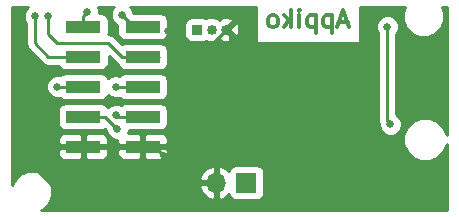
<source format=gbl>
%TF.GenerationSoftware,KiCad,Pcbnew,no-vcs-found-8182369~60~ubuntu16.04.1*%
%TF.CreationDate,2017-09-13T17:00:57+05:30*%
%TF.ProjectId,snap_rev1,736E61705F726576312E6B696361645F,rev?*%
%TF.SameCoordinates,Original*%
%TF.FileFunction,Copper,L2,Bot,Signal*%
%TF.FilePolarity,Positive*%
%FSLAX46Y46*%
G04 Gerber Fmt 4.6, Leading zero omitted, Abs format (unit mm)*
G04 Created by KiCad (PCBNEW no-vcs-found-8182369~60~ubuntu16.04.1) date Wed Sep 13 17:00:57 2017*
%MOMM*%
%LPD*%
G01*
G04 APERTURE LIST*
%TA.AperFunction,NonConductor*%
%ADD10C,0.300000*%
%TD*%
%TA.AperFunction,SMDPad,CuDef*%
%ADD11R,3.000000X1.000000*%
%TD*%
%TA.AperFunction,ComponentPad*%
%ADD12R,0.850000X0.850000*%
%TD*%
%TA.AperFunction,ComponentPad*%
%ADD13C,0.850000*%
%TD*%
%TA.AperFunction,ComponentPad*%
%ADD14R,1.700000X1.700000*%
%TD*%
%TA.AperFunction,ComponentPad*%
%ADD15O,1.700000X1.700000*%
%TD*%
%TA.AperFunction,ViaPad*%
%ADD16C,0.660400*%
%TD*%
%TA.AperFunction,Conductor*%
%ADD17C,0.250000*%
%TD*%
%TA.AperFunction,Conductor*%
%ADD18C,0.254000*%
%TD*%
G04 APERTURE END LIST*
D10*
X74477142Y-49145000D02*
X73762857Y-49145000D01*
X74620000Y-49573571D02*
X74120000Y-48073571D01*
X73620000Y-49573571D01*
X73120000Y-48573571D02*
X73120000Y-50073571D01*
X73120000Y-48645000D02*
X72977142Y-48573571D01*
X72691428Y-48573571D01*
X72548571Y-48645000D01*
X72477142Y-48716428D01*
X72405714Y-48859285D01*
X72405714Y-49287857D01*
X72477142Y-49430714D01*
X72548571Y-49502142D01*
X72691428Y-49573571D01*
X72977142Y-49573571D01*
X73120000Y-49502142D01*
X71762857Y-48573571D02*
X71762857Y-50073571D01*
X71762857Y-48645000D02*
X71620000Y-48573571D01*
X71334285Y-48573571D01*
X71191428Y-48645000D01*
X71120000Y-48716428D01*
X71048571Y-48859285D01*
X71048571Y-49287857D01*
X71120000Y-49430714D01*
X71191428Y-49502142D01*
X71334285Y-49573571D01*
X71620000Y-49573571D01*
X71762857Y-49502142D01*
X70405714Y-49573571D02*
X70405714Y-48573571D01*
X70405714Y-48073571D02*
X70477142Y-48145000D01*
X70405714Y-48216428D01*
X70334285Y-48145000D01*
X70405714Y-48073571D01*
X70405714Y-48216428D01*
X69691428Y-49573571D02*
X69691428Y-48073571D01*
X69548571Y-49002142D02*
X69120000Y-49573571D01*
X69120000Y-48573571D02*
X69691428Y-49145000D01*
X68262857Y-49573571D02*
X68405714Y-49502142D01*
X68477142Y-49430714D01*
X68548571Y-49287857D01*
X68548571Y-48859285D01*
X68477142Y-48716428D01*
X68405714Y-48645000D01*
X68262857Y-48573571D01*
X68048571Y-48573571D01*
X67905714Y-48645000D01*
X67834285Y-48716428D01*
X67762857Y-48859285D01*
X67762857Y-49287857D01*
X67834285Y-49430714D01*
X67905714Y-49502142D01*
X68048571Y-49573571D01*
X68262857Y-49573571D01*
D11*
%TO.P,P1,1*%
%TO.N,/TX*%
X52090000Y-49530000D03*
%TO.P,P1,2*%
%TO.N,/RX*%
X57130000Y-49530000D03*
%TO.P,P1,3*%
%TO.N,/SWDIO*%
X52090000Y-52070000D03*
%TO.P,P1,4*%
%TO.N,/SWDCLK*%
X57130000Y-52070000D03*
%TO.P,P1,5*%
%TO.N,/RESET*%
X52090000Y-54610000D03*
%TO.P,P1,6*%
%TO.N,/GPIO1*%
X57130000Y-54610000D03*
%TO.P,P1,7*%
%TO.N,VDD*%
X52090000Y-57150000D03*
%TO.P,P1,8*%
%TO.N,/GPIO2*%
X57130000Y-57150000D03*
%TO.P,P1,9*%
%TO.N,GND*%
X52090000Y-59690000D03*
%TO.P,P1,10*%
X57130000Y-59690000D03*
%TD*%
D12*
%TO.P,J2,1*%
%TO.N,/FOCUS*%
X61722000Y-49784000D03*
D13*
%TO.P,J2,2*%
%TO.N,/TRIGGER*%
X62972000Y-49784000D03*
%TO.P,J2,3*%
%TO.N,GND*%
X64222000Y-49784000D03*
%TD*%
D14*
%TO.P,BT1,1*%
%TO.N,/VBAT*%
X65913000Y-62738000D03*
D15*
%TO.P,BT1,2*%
%TO.N,GND*%
X63373000Y-62738000D03*
%TD*%
D16*
%TO.N,GND*%
X59309000Y-49911000D03*
X80899000Y-53721000D03*
X79375000Y-63119000D03*
X70612000Y-62484000D03*
X64516000Y-56515000D03*
X69850000Y-55753000D03*
X68072000Y-58928000D03*
X53340000Y-64389000D03*
X58928000Y-60452000D03*
X46736000Y-48641000D03*
X46863000Y-61341000D03*
%TO.N,VDD*%
X54991000Y-58166000D03*
%TO.N,/SWDCLK*%
X49149000Y-48641000D03*
%TO.N,Net-(D2-Pad1)*%
X78105000Y-57785000D03*
X77851000Y-49530000D03*
%TO.N,/TX*%
X52451000Y-48260000D03*
%TO.N,/RX*%
X55372000Y-48514000D03*
%TO.N,/SWDIO*%
X48006000Y-48641000D03*
%TO.N,/RESET*%
X49911000Y-54610000D03*
%TO.N,/GPIO1*%
X54864000Y-54610000D03*
%TO.N,/GPIO2*%
X54864000Y-57023000D03*
%TD*%
D17*
%TO.N,GND*%
X79375000Y-58039000D02*
X79248000Y-58166000D01*
X79248000Y-58166000D02*
X79121000Y-58293000D01*
X79121000Y-58293000D02*
X79121000Y-62865000D01*
X79121000Y-62865000D02*
X79375000Y-63119000D01*
X58928000Y-60452000D02*
X60579000Y-60452000D01*
X60579000Y-60452000D02*
X63373000Y-57658000D01*
X63373000Y-57658000D02*
X63373000Y-57785000D01*
X59309000Y-49911000D02*
X60071000Y-49911000D01*
X63079000Y-50927000D02*
X64222000Y-49784000D01*
X61087000Y-50927000D02*
X63079000Y-50927000D01*
X60071000Y-49911000D02*
X61087000Y-50927000D01*
X64516000Y-56515000D02*
X64516000Y-50078000D01*
X64516000Y-50078000D02*
X64222000Y-49784000D01*
X70612000Y-62484000D02*
X78740000Y-62484000D01*
X78740000Y-62484000D02*
X79375000Y-63119000D01*
X80899000Y-53721000D02*
X80899000Y-56515000D01*
X80899000Y-56515000D02*
X79375000Y-58039000D01*
X70612000Y-62484000D02*
X70612000Y-61468000D01*
X70612000Y-61468000D02*
X68072000Y-58928000D01*
X63373000Y-62738000D02*
X63373000Y-57785000D01*
X63373000Y-57785000D02*
X63373000Y-57658000D01*
X63373000Y-57658000D02*
X64516000Y-56515000D01*
X64516000Y-56515000D02*
X65659000Y-56515000D01*
X65659000Y-56515000D02*
X68072000Y-58928000D01*
X68072000Y-58928000D02*
X68072000Y-57531000D01*
X68072000Y-57531000D02*
X69850000Y-55753000D01*
X68072000Y-58928000D02*
X68072000Y-58801000D01*
X53340000Y-64389000D02*
X50927000Y-64389000D01*
X50927000Y-64389000D02*
X47879000Y-61341000D01*
X58928000Y-60452000D02*
X58166000Y-59690000D01*
X58166000Y-59690000D02*
X57130000Y-59690000D01*
X57130000Y-59690000D02*
X52090000Y-59690000D01*
X52090000Y-59690000D02*
X49530000Y-59690000D01*
X49530000Y-59690000D02*
X47879000Y-61341000D01*
X47879000Y-61341000D02*
X46863000Y-61341000D01*
%TO.N,VDD*%
X54991000Y-58166000D02*
X55118000Y-58166000D01*
X52090000Y-57150000D02*
X53975000Y-57150000D01*
X53975000Y-57150000D02*
X54991000Y-58166000D01*
%TO.N,/SWDCLK*%
X57130000Y-52070000D02*
X55372000Y-52070000D01*
X55372000Y-52070000D02*
X54229000Y-50927000D01*
X49149000Y-50165000D02*
X49149000Y-48641000D01*
X49911000Y-50927000D02*
X49149000Y-50165000D01*
X54229000Y-50927000D02*
X49911000Y-50927000D01*
X58547000Y-52070000D02*
X57130000Y-52070000D01*
%TO.N,Net-(D2-Pad1)*%
X78105000Y-57785000D02*
X77851000Y-57531000D01*
X77851000Y-57531000D02*
X77851000Y-49530000D01*
%TO.N,/TX*%
X52090000Y-49530000D02*
X52090000Y-48621000D01*
X52090000Y-48621000D02*
X52451000Y-48260000D01*
%TO.N,/RX*%
X55372000Y-48514000D02*
X56388000Y-49530000D01*
X56388000Y-49530000D02*
X57130000Y-49530000D01*
%TO.N,/SWDIO*%
X49149000Y-52070000D02*
X48006000Y-50927000D01*
X48006000Y-50927000D02*
X48006000Y-48641000D01*
X49149000Y-52070000D02*
X52090000Y-52070000D01*
%TO.N,/RESET*%
X49911000Y-54610000D02*
X52090000Y-54610000D01*
%TO.N,/GPIO1*%
X54864000Y-54610000D02*
X57130000Y-54610000D01*
%TO.N,/GPIO2*%
X54991000Y-57150000D02*
X57130000Y-57150000D01*
X54864000Y-57023000D02*
X54991000Y-57150000D01*
%TD*%
D18*
%TO.N,GND*%
G36*
X47188221Y-48093544D02*
X47040968Y-48448168D01*
X47040633Y-48832148D01*
X47187266Y-49187027D01*
X47246000Y-49245864D01*
X47246000Y-50927000D01*
X47303852Y-51217839D01*
X47468599Y-51464401D01*
X48611599Y-52607401D01*
X48858161Y-52772148D01*
X49149000Y-52830000D01*
X50000018Y-52830000D01*
X50132191Y-53027809D01*
X50342235Y-53168157D01*
X50590000Y-53217440D01*
X53590000Y-53217440D01*
X53837765Y-53168157D01*
X54047809Y-53027809D01*
X54188157Y-52817765D01*
X54237440Y-52570000D01*
X54237440Y-52010242D01*
X54834599Y-52607401D01*
X55013819Y-52727152D01*
X55031843Y-52817765D01*
X55172191Y-53027809D01*
X55382235Y-53168157D01*
X55630000Y-53217440D01*
X58630000Y-53217440D01*
X58877765Y-53168157D01*
X59087809Y-53027809D01*
X59228157Y-52817765D01*
X59277440Y-52570000D01*
X59277440Y-52218607D01*
X59307000Y-52070000D01*
X59277440Y-51921393D01*
X59277440Y-51570000D01*
X59228157Y-51322235D01*
X59087809Y-51112191D01*
X58877765Y-50971843D01*
X58630000Y-50922560D01*
X55630000Y-50922560D01*
X55382235Y-50971843D01*
X55362099Y-50985297D01*
X54766401Y-50389599D01*
X54519839Y-50224852D01*
X54229000Y-50167000D01*
X54210189Y-50167000D01*
X54237440Y-50030000D01*
X54237440Y-49030000D01*
X54188157Y-48782235D01*
X54047809Y-48572191D01*
X53837765Y-48431843D01*
X53590000Y-48382560D01*
X53416093Y-48382560D01*
X53416367Y-48068852D01*
X53316436Y-47827000D01*
X54694009Y-47827000D01*
X54554221Y-47966544D01*
X54406968Y-48321168D01*
X54406633Y-48705148D01*
X54553266Y-49060027D01*
X54824544Y-49331779D01*
X54982560Y-49397393D01*
X54982560Y-50030000D01*
X55031843Y-50277765D01*
X55172191Y-50487809D01*
X55382235Y-50628157D01*
X55630000Y-50677440D01*
X58630000Y-50677440D01*
X58877765Y-50628157D01*
X59087809Y-50487809D01*
X59228157Y-50277765D01*
X59277440Y-50030000D01*
X59277440Y-49359000D01*
X60649560Y-49359000D01*
X60649560Y-50209000D01*
X60698843Y-50456765D01*
X60839191Y-50666809D01*
X61049235Y-50807157D01*
X61297000Y-50856440D01*
X62147000Y-50856440D01*
X62394765Y-50807157D01*
X62500997Y-50736174D01*
X62760228Y-50843816D01*
X63181922Y-50844184D01*
X63571658Y-50683149D01*
X63674262Y-50580724D01*
X63693887Y-50726950D01*
X64094939Y-50857272D01*
X64515334Y-50824199D01*
X64750113Y-50726950D01*
X64777948Y-50519553D01*
X64222000Y-49963605D01*
X64207858Y-49977748D01*
X64031985Y-49801875D01*
X64031992Y-49794403D01*
X64042395Y-49784000D01*
X64401605Y-49784000D01*
X64957553Y-50339948D01*
X65164950Y-50312113D01*
X65295272Y-49911061D01*
X65262199Y-49490666D01*
X65164950Y-49255887D01*
X64957553Y-49228052D01*
X64401605Y-49784000D01*
X64042395Y-49784000D01*
X64032010Y-49773615D01*
X64032017Y-49766093D01*
X64207858Y-49590253D01*
X64222000Y-49604395D01*
X64777948Y-49048447D01*
X64750113Y-48841050D01*
X64349061Y-48710728D01*
X63928666Y-48743801D01*
X63693887Y-48841050D01*
X63674281Y-48987131D01*
X63573226Y-48885899D01*
X63183772Y-48724184D01*
X62762078Y-48723816D01*
X62500874Y-48831743D01*
X62394765Y-48760843D01*
X62147000Y-48711560D01*
X61297000Y-48711560D01*
X61049235Y-48760843D01*
X60839191Y-48901191D01*
X60698843Y-49111235D01*
X60649560Y-49359000D01*
X59277440Y-49359000D01*
X59277440Y-49030000D01*
X59228157Y-48782235D01*
X59087809Y-48572191D01*
X58877765Y-48431843D01*
X58630000Y-48382560D01*
X56337315Y-48382560D01*
X56337367Y-48322852D01*
X56190734Y-47967973D01*
X56050007Y-47827000D01*
X66692143Y-47827000D01*
X66692143Y-50925000D01*
X75547857Y-50925000D01*
X75547857Y-49721148D01*
X76885633Y-49721148D01*
X77032266Y-50076027D01*
X77091000Y-50134864D01*
X77091000Y-57531000D01*
X77139807Y-57776369D01*
X77139633Y-57976148D01*
X77286266Y-58331027D01*
X77557544Y-58602779D01*
X77912168Y-58750032D01*
X78296148Y-58750367D01*
X78651027Y-58603734D01*
X78922779Y-58332456D01*
X79070032Y-57977832D01*
X79070367Y-57593852D01*
X78923734Y-57238973D01*
X78652456Y-56967221D01*
X78611000Y-56950007D01*
X78611000Y-50135134D01*
X78668779Y-50077456D01*
X78816032Y-49722832D01*
X78816367Y-49338852D01*
X78669734Y-48983973D01*
X78398456Y-48712221D01*
X78043832Y-48564968D01*
X77659852Y-48564633D01*
X77304973Y-48711266D01*
X77033221Y-48982544D01*
X76885968Y-49337168D01*
X76885633Y-49721148D01*
X75547857Y-49721148D01*
X75547857Y-47827000D01*
X79358372Y-47827000D01*
X79164301Y-48294373D01*
X79163699Y-48984599D01*
X79427281Y-49622515D01*
X79914918Y-50111004D01*
X80552373Y-50375699D01*
X81242599Y-50376301D01*
X81880515Y-50112719D01*
X82369004Y-49625082D01*
X82633699Y-48987627D01*
X82634301Y-48297401D01*
X82439935Y-47827000D01*
X82856000Y-47827000D01*
X82856000Y-58678726D01*
X82582545Y-58016914D01*
X82066801Y-57500270D01*
X81392605Y-57220319D01*
X80662597Y-57219682D01*
X79987914Y-57498455D01*
X79471270Y-58014199D01*
X79191319Y-58688395D01*
X79190682Y-59418403D01*
X79469455Y-60093086D01*
X79985199Y-60609730D01*
X80659395Y-60889681D01*
X81389403Y-60890318D01*
X82064086Y-60611545D01*
X82580730Y-60095801D01*
X82856000Y-59432878D01*
X82856000Y-65076000D01*
X48481136Y-65076000D01*
X48733515Y-64971719D01*
X49222004Y-64484082D01*
X49486699Y-63846627D01*
X49487301Y-63156401D01*
X49461886Y-63094892D01*
X61931514Y-63094892D01*
X62177817Y-63619358D01*
X62606076Y-64009645D01*
X63016110Y-64179476D01*
X63246000Y-64058155D01*
X63246000Y-62865000D01*
X62052181Y-62865000D01*
X61931514Y-63094892D01*
X49461886Y-63094892D01*
X49223719Y-62518485D01*
X49086582Y-62381108D01*
X61931514Y-62381108D01*
X62052181Y-62611000D01*
X63246000Y-62611000D01*
X63246000Y-61417845D01*
X63500000Y-61417845D01*
X63500000Y-62611000D01*
X63520000Y-62611000D01*
X63520000Y-62865000D01*
X63500000Y-62865000D01*
X63500000Y-64058155D01*
X63729890Y-64179476D01*
X64139924Y-64009645D01*
X64444261Y-63732292D01*
X64464843Y-63835765D01*
X64605191Y-64045809D01*
X64815235Y-64186157D01*
X65063000Y-64235440D01*
X66763000Y-64235440D01*
X67010765Y-64186157D01*
X67220809Y-64045809D01*
X67361157Y-63835765D01*
X67410440Y-63588000D01*
X67410440Y-61888000D01*
X67361157Y-61640235D01*
X67220809Y-61430191D01*
X67010765Y-61289843D01*
X66763000Y-61240560D01*
X65063000Y-61240560D01*
X64815235Y-61289843D01*
X64605191Y-61430191D01*
X64464843Y-61640235D01*
X64444261Y-61743708D01*
X64139924Y-61466355D01*
X63729890Y-61296524D01*
X63500000Y-61417845D01*
X63246000Y-61417845D01*
X63016110Y-61296524D01*
X62606076Y-61466355D01*
X62177817Y-61856642D01*
X61931514Y-62381108D01*
X49086582Y-62381108D01*
X48736082Y-62029996D01*
X48098627Y-61765301D01*
X47408401Y-61764699D01*
X46770485Y-62028281D01*
X46281996Y-62515918D01*
X46101000Y-62951804D01*
X46101000Y-59975750D01*
X49955000Y-59975750D01*
X49955000Y-60316310D01*
X50051673Y-60549699D01*
X50230302Y-60728327D01*
X50463691Y-60825000D01*
X51804250Y-60825000D01*
X51963000Y-60666250D01*
X51963000Y-59817000D01*
X52217000Y-59817000D01*
X52217000Y-60666250D01*
X52375750Y-60825000D01*
X53716309Y-60825000D01*
X53949698Y-60728327D01*
X54128327Y-60549699D01*
X54225000Y-60316310D01*
X54225000Y-59975750D01*
X54995000Y-59975750D01*
X54995000Y-60316310D01*
X55091673Y-60549699D01*
X55270302Y-60728327D01*
X55503691Y-60825000D01*
X56844250Y-60825000D01*
X57003000Y-60666250D01*
X57003000Y-59817000D01*
X57257000Y-59817000D01*
X57257000Y-60666250D01*
X57415750Y-60825000D01*
X58756309Y-60825000D01*
X58989698Y-60728327D01*
X59168327Y-60549699D01*
X59265000Y-60316310D01*
X59265000Y-59975750D01*
X59106250Y-59817000D01*
X57257000Y-59817000D01*
X57003000Y-59817000D01*
X55153750Y-59817000D01*
X54995000Y-59975750D01*
X54225000Y-59975750D01*
X54066250Y-59817000D01*
X52217000Y-59817000D01*
X51963000Y-59817000D01*
X50113750Y-59817000D01*
X49955000Y-59975750D01*
X46101000Y-59975750D01*
X46101000Y-59063690D01*
X49955000Y-59063690D01*
X49955000Y-59404250D01*
X50113750Y-59563000D01*
X51963000Y-59563000D01*
X51963000Y-58713750D01*
X52217000Y-58713750D01*
X52217000Y-59563000D01*
X54066250Y-59563000D01*
X54225000Y-59404250D01*
X54225000Y-59063690D01*
X54128327Y-58830301D01*
X53949698Y-58651673D01*
X53716309Y-58555000D01*
X52375750Y-58555000D01*
X52217000Y-58713750D01*
X51963000Y-58713750D01*
X51804250Y-58555000D01*
X50463691Y-58555000D01*
X50230302Y-58651673D01*
X50051673Y-58830301D01*
X49955000Y-59063690D01*
X46101000Y-59063690D01*
X46101000Y-56650000D01*
X49942560Y-56650000D01*
X49942560Y-57650000D01*
X49991843Y-57897765D01*
X50132191Y-58107809D01*
X50342235Y-58248157D01*
X50590000Y-58297440D01*
X53590000Y-58297440D01*
X53837765Y-58248157D01*
X53934031Y-58183833D01*
X54025704Y-58275506D01*
X54025633Y-58357148D01*
X54172266Y-58712027D01*
X54443544Y-58983779D01*
X54798168Y-59131032D01*
X54995000Y-59131204D01*
X54995000Y-59404250D01*
X55153750Y-59563000D01*
X57003000Y-59563000D01*
X57003000Y-58713750D01*
X57257000Y-58713750D01*
X57257000Y-59563000D01*
X59106250Y-59563000D01*
X59265000Y-59404250D01*
X59265000Y-59063690D01*
X59168327Y-58830301D01*
X58989698Y-58651673D01*
X58756309Y-58555000D01*
X57415750Y-58555000D01*
X57257000Y-58713750D01*
X57003000Y-58713750D01*
X56844250Y-58555000D01*
X55874576Y-58555000D01*
X55956032Y-58358832D01*
X55956086Y-58297440D01*
X58630000Y-58297440D01*
X58877765Y-58248157D01*
X59087809Y-58107809D01*
X59228157Y-57897765D01*
X59277440Y-57650000D01*
X59277440Y-56650000D01*
X59228157Y-56402235D01*
X59087809Y-56192191D01*
X58877765Y-56051843D01*
X58630000Y-56002560D01*
X55630000Y-56002560D01*
X55382235Y-56051843D01*
X55251866Y-56138953D01*
X55056832Y-56057968D01*
X54672852Y-56057633D01*
X54317973Y-56204266D01*
X54160749Y-56361216D01*
X54047809Y-56192191D01*
X53837765Y-56051843D01*
X53590000Y-56002560D01*
X50590000Y-56002560D01*
X50342235Y-56051843D01*
X50132191Y-56192191D01*
X49991843Y-56402235D01*
X49942560Y-56650000D01*
X46101000Y-56650000D01*
X46101000Y-54801148D01*
X48945633Y-54801148D01*
X49092266Y-55156027D01*
X49363544Y-55427779D01*
X49718168Y-55575032D01*
X50102148Y-55575367D01*
X50129649Y-55564004D01*
X50132191Y-55567809D01*
X50342235Y-55708157D01*
X50590000Y-55757440D01*
X53590000Y-55757440D01*
X53837765Y-55708157D01*
X54047809Y-55567809D01*
X54188157Y-55357765D01*
X54197876Y-55308904D01*
X54316544Y-55427779D01*
X54671168Y-55575032D01*
X55055148Y-55575367D01*
X55150826Y-55535834D01*
X55172191Y-55567809D01*
X55382235Y-55708157D01*
X55630000Y-55757440D01*
X58630000Y-55757440D01*
X58877765Y-55708157D01*
X59087809Y-55567809D01*
X59228157Y-55357765D01*
X59277440Y-55110000D01*
X59277440Y-54110000D01*
X59228157Y-53862235D01*
X59087809Y-53652191D01*
X58877765Y-53511843D01*
X58630000Y-53462560D01*
X55630000Y-53462560D01*
X55382235Y-53511843D01*
X55172191Y-53652191D01*
X55150914Y-53684034D01*
X55056832Y-53644968D01*
X54672852Y-53644633D01*
X54317973Y-53791266D01*
X54197886Y-53911144D01*
X54188157Y-53862235D01*
X54047809Y-53652191D01*
X53837765Y-53511843D01*
X53590000Y-53462560D01*
X50590000Y-53462560D01*
X50342235Y-53511843D01*
X50132191Y-53652191D01*
X50129810Y-53655755D01*
X50103832Y-53644968D01*
X49719852Y-53644633D01*
X49364973Y-53791266D01*
X49093221Y-54062544D01*
X48945968Y-54417168D01*
X48945633Y-54801148D01*
X46101000Y-54801148D01*
X46101000Y-47827000D01*
X47455231Y-47827000D01*
X47188221Y-48093544D01*
X47188221Y-48093544D01*
G37*
X47188221Y-48093544D02*
X47040968Y-48448168D01*
X47040633Y-48832148D01*
X47187266Y-49187027D01*
X47246000Y-49245864D01*
X47246000Y-50927000D01*
X47303852Y-51217839D01*
X47468599Y-51464401D01*
X48611599Y-52607401D01*
X48858161Y-52772148D01*
X49149000Y-52830000D01*
X50000018Y-52830000D01*
X50132191Y-53027809D01*
X50342235Y-53168157D01*
X50590000Y-53217440D01*
X53590000Y-53217440D01*
X53837765Y-53168157D01*
X54047809Y-53027809D01*
X54188157Y-52817765D01*
X54237440Y-52570000D01*
X54237440Y-52010242D01*
X54834599Y-52607401D01*
X55013819Y-52727152D01*
X55031843Y-52817765D01*
X55172191Y-53027809D01*
X55382235Y-53168157D01*
X55630000Y-53217440D01*
X58630000Y-53217440D01*
X58877765Y-53168157D01*
X59087809Y-53027809D01*
X59228157Y-52817765D01*
X59277440Y-52570000D01*
X59277440Y-52218607D01*
X59307000Y-52070000D01*
X59277440Y-51921393D01*
X59277440Y-51570000D01*
X59228157Y-51322235D01*
X59087809Y-51112191D01*
X58877765Y-50971843D01*
X58630000Y-50922560D01*
X55630000Y-50922560D01*
X55382235Y-50971843D01*
X55362099Y-50985297D01*
X54766401Y-50389599D01*
X54519839Y-50224852D01*
X54229000Y-50167000D01*
X54210189Y-50167000D01*
X54237440Y-50030000D01*
X54237440Y-49030000D01*
X54188157Y-48782235D01*
X54047809Y-48572191D01*
X53837765Y-48431843D01*
X53590000Y-48382560D01*
X53416093Y-48382560D01*
X53416367Y-48068852D01*
X53316436Y-47827000D01*
X54694009Y-47827000D01*
X54554221Y-47966544D01*
X54406968Y-48321168D01*
X54406633Y-48705148D01*
X54553266Y-49060027D01*
X54824544Y-49331779D01*
X54982560Y-49397393D01*
X54982560Y-50030000D01*
X55031843Y-50277765D01*
X55172191Y-50487809D01*
X55382235Y-50628157D01*
X55630000Y-50677440D01*
X58630000Y-50677440D01*
X58877765Y-50628157D01*
X59087809Y-50487809D01*
X59228157Y-50277765D01*
X59277440Y-50030000D01*
X59277440Y-49359000D01*
X60649560Y-49359000D01*
X60649560Y-50209000D01*
X60698843Y-50456765D01*
X60839191Y-50666809D01*
X61049235Y-50807157D01*
X61297000Y-50856440D01*
X62147000Y-50856440D01*
X62394765Y-50807157D01*
X62500997Y-50736174D01*
X62760228Y-50843816D01*
X63181922Y-50844184D01*
X63571658Y-50683149D01*
X63674262Y-50580724D01*
X63693887Y-50726950D01*
X64094939Y-50857272D01*
X64515334Y-50824199D01*
X64750113Y-50726950D01*
X64777948Y-50519553D01*
X64222000Y-49963605D01*
X64207858Y-49977748D01*
X64031985Y-49801875D01*
X64031992Y-49794403D01*
X64042395Y-49784000D01*
X64401605Y-49784000D01*
X64957553Y-50339948D01*
X65164950Y-50312113D01*
X65295272Y-49911061D01*
X65262199Y-49490666D01*
X65164950Y-49255887D01*
X64957553Y-49228052D01*
X64401605Y-49784000D01*
X64042395Y-49784000D01*
X64032010Y-49773615D01*
X64032017Y-49766093D01*
X64207858Y-49590253D01*
X64222000Y-49604395D01*
X64777948Y-49048447D01*
X64750113Y-48841050D01*
X64349061Y-48710728D01*
X63928666Y-48743801D01*
X63693887Y-48841050D01*
X63674281Y-48987131D01*
X63573226Y-48885899D01*
X63183772Y-48724184D01*
X62762078Y-48723816D01*
X62500874Y-48831743D01*
X62394765Y-48760843D01*
X62147000Y-48711560D01*
X61297000Y-48711560D01*
X61049235Y-48760843D01*
X60839191Y-48901191D01*
X60698843Y-49111235D01*
X60649560Y-49359000D01*
X59277440Y-49359000D01*
X59277440Y-49030000D01*
X59228157Y-48782235D01*
X59087809Y-48572191D01*
X58877765Y-48431843D01*
X58630000Y-48382560D01*
X56337315Y-48382560D01*
X56337367Y-48322852D01*
X56190734Y-47967973D01*
X56050007Y-47827000D01*
X66692143Y-47827000D01*
X66692143Y-50925000D01*
X75547857Y-50925000D01*
X75547857Y-49721148D01*
X76885633Y-49721148D01*
X77032266Y-50076027D01*
X77091000Y-50134864D01*
X77091000Y-57531000D01*
X77139807Y-57776369D01*
X77139633Y-57976148D01*
X77286266Y-58331027D01*
X77557544Y-58602779D01*
X77912168Y-58750032D01*
X78296148Y-58750367D01*
X78651027Y-58603734D01*
X78922779Y-58332456D01*
X79070032Y-57977832D01*
X79070367Y-57593852D01*
X78923734Y-57238973D01*
X78652456Y-56967221D01*
X78611000Y-56950007D01*
X78611000Y-50135134D01*
X78668779Y-50077456D01*
X78816032Y-49722832D01*
X78816367Y-49338852D01*
X78669734Y-48983973D01*
X78398456Y-48712221D01*
X78043832Y-48564968D01*
X77659852Y-48564633D01*
X77304973Y-48711266D01*
X77033221Y-48982544D01*
X76885968Y-49337168D01*
X76885633Y-49721148D01*
X75547857Y-49721148D01*
X75547857Y-47827000D01*
X79358372Y-47827000D01*
X79164301Y-48294373D01*
X79163699Y-48984599D01*
X79427281Y-49622515D01*
X79914918Y-50111004D01*
X80552373Y-50375699D01*
X81242599Y-50376301D01*
X81880515Y-50112719D01*
X82369004Y-49625082D01*
X82633699Y-48987627D01*
X82634301Y-48297401D01*
X82439935Y-47827000D01*
X82856000Y-47827000D01*
X82856000Y-58678726D01*
X82582545Y-58016914D01*
X82066801Y-57500270D01*
X81392605Y-57220319D01*
X80662597Y-57219682D01*
X79987914Y-57498455D01*
X79471270Y-58014199D01*
X79191319Y-58688395D01*
X79190682Y-59418403D01*
X79469455Y-60093086D01*
X79985199Y-60609730D01*
X80659395Y-60889681D01*
X81389403Y-60890318D01*
X82064086Y-60611545D01*
X82580730Y-60095801D01*
X82856000Y-59432878D01*
X82856000Y-65076000D01*
X48481136Y-65076000D01*
X48733515Y-64971719D01*
X49222004Y-64484082D01*
X49486699Y-63846627D01*
X49487301Y-63156401D01*
X49461886Y-63094892D01*
X61931514Y-63094892D01*
X62177817Y-63619358D01*
X62606076Y-64009645D01*
X63016110Y-64179476D01*
X63246000Y-64058155D01*
X63246000Y-62865000D01*
X62052181Y-62865000D01*
X61931514Y-63094892D01*
X49461886Y-63094892D01*
X49223719Y-62518485D01*
X49086582Y-62381108D01*
X61931514Y-62381108D01*
X62052181Y-62611000D01*
X63246000Y-62611000D01*
X63246000Y-61417845D01*
X63500000Y-61417845D01*
X63500000Y-62611000D01*
X63520000Y-62611000D01*
X63520000Y-62865000D01*
X63500000Y-62865000D01*
X63500000Y-64058155D01*
X63729890Y-64179476D01*
X64139924Y-64009645D01*
X64444261Y-63732292D01*
X64464843Y-63835765D01*
X64605191Y-64045809D01*
X64815235Y-64186157D01*
X65063000Y-64235440D01*
X66763000Y-64235440D01*
X67010765Y-64186157D01*
X67220809Y-64045809D01*
X67361157Y-63835765D01*
X67410440Y-63588000D01*
X67410440Y-61888000D01*
X67361157Y-61640235D01*
X67220809Y-61430191D01*
X67010765Y-61289843D01*
X66763000Y-61240560D01*
X65063000Y-61240560D01*
X64815235Y-61289843D01*
X64605191Y-61430191D01*
X64464843Y-61640235D01*
X64444261Y-61743708D01*
X64139924Y-61466355D01*
X63729890Y-61296524D01*
X63500000Y-61417845D01*
X63246000Y-61417845D01*
X63016110Y-61296524D01*
X62606076Y-61466355D01*
X62177817Y-61856642D01*
X61931514Y-62381108D01*
X49086582Y-62381108D01*
X48736082Y-62029996D01*
X48098627Y-61765301D01*
X47408401Y-61764699D01*
X46770485Y-62028281D01*
X46281996Y-62515918D01*
X46101000Y-62951804D01*
X46101000Y-59975750D01*
X49955000Y-59975750D01*
X49955000Y-60316310D01*
X50051673Y-60549699D01*
X50230302Y-60728327D01*
X50463691Y-60825000D01*
X51804250Y-60825000D01*
X51963000Y-60666250D01*
X51963000Y-59817000D01*
X52217000Y-59817000D01*
X52217000Y-60666250D01*
X52375750Y-60825000D01*
X53716309Y-60825000D01*
X53949698Y-60728327D01*
X54128327Y-60549699D01*
X54225000Y-60316310D01*
X54225000Y-59975750D01*
X54995000Y-59975750D01*
X54995000Y-60316310D01*
X55091673Y-60549699D01*
X55270302Y-60728327D01*
X55503691Y-60825000D01*
X56844250Y-60825000D01*
X57003000Y-60666250D01*
X57003000Y-59817000D01*
X57257000Y-59817000D01*
X57257000Y-60666250D01*
X57415750Y-60825000D01*
X58756309Y-60825000D01*
X58989698Y-60728327D01*
X59168327Y-60549699D01*
X59265000Y-60316310D01*
X59265000Y-59975750D01*
X59106250Y-59817000D01*
X57257000Y-59817000D01*
X57003000Y-59817000D01*
X55153750Y-59817000D01*
X54995000Y-59975750D01*
X54225000Y-59975750D01*
X54066250Y-59817000D01*
X52217000Y-59817000D01*
X51963000Y-59817000D01*
X50113750Y-59817000D01*
X49955000Y-59975750D01*
X46101000Y-59975750D01*
X46101000Y-59063690D01*
X49955000Y-59063690D01*
X49955000Y-59404250D01*
X50113750Y-59563000D01*
X51963000Y-59563000D01*
X51963000Y-58713750D01*
X52217000Y-58713750D01*
X52217000Y-59563000D01*
X54066250Y-59563000D01*
X54225000Y-59404250D01*
X54225000Y-59063690D01*
X54128327Y-58830301D01*
X53949698Y-58651673D01*
X53716309Y-58555000D01*
X52375750Y-58555000D01*
X52217000Y-58713750D01*
X51963000Y-58713750D01*
X51804250Y-58555000D01*
X50463691Y-58555000D01*
X50230302Y-58651673D01*
X50051673Y-58830301D01*
X49955000Y-59063690D01*
X46101000Y-59063690D01*
X46101000Y-56650000D01*
X49942560Y-56650000D01*
X49942560Y-57650000D01*
X49991843Y-57897765D01*
X50132191Y-58107809D01*
X50342235Y-58248157D01*
X50590000Y-58297440D01*
X53590000Y-58297440D01*
X53837765Y-58248157D01*
X53934031Y-58183833D01*
X54025704Y-58275506D01*
X54025633Y-58357148D01*
X54172266Y-58712027D01*
X54443544Y-58983779D01*
X54798168Y-59131032D01*
X54995000Y-59131204D01*
X54995000Y-59404250D01*
X55153750Y-59563000D01*
X57003000Y-59563000D01*
X57003000Y-58713750D01*
X57257000Y-58713750D01*
X57257000Y-59563000D01*
X59106250Y-59563000D01*
X59265000Y-59404250D01*
X59265000Y-59063690D01*
X59168327Y-58830301D01*
X58989698Y-58651673D01*
X58756309Y-58555000D01*
X57415750Y-58555000D01*
X57257000Y-58713750D01*
X57003000Y-58713750D01*
X56844250Y-58555000D01*
X55874576Y-58555000D01*
X55956032Y-58358832D01*
X55956086Y-58297440D01*
X58630000Y-58297440D01*
X58877765Y-58248157D01*
X59087809Y-58107809D01*
X59228157Y-57897765D01*
X59277440Y-57650000D01*
X59277440Y-56650000D01*
X59228157Y-56402235D01*
X59087809Y-56192191D01*
X58877765Y-56051843D01*
X58630000Y-56002560D01*
X55630000Y-56002560D01*
X55382235Y-56051843D01*
X55251866Y-56138953D01*
X55056832Y-56057968D01*
X54672852Y-56057633D01*
X54317973Y-56204266D01*
X54160749Y-56361216D01*
X54047809Y-56192191D01*
X53837765Y-56051843D01*
X53590000Y-56002560D01*
X50590000Y-56002560D01*
X50342235Y-56051843D01*
X50132191Y-56192191D01*
X49991843Y-56402235D01*
X49942560Y-56650000D01*
X46101000Y-56650000D01*
X46101000Y-54801148D01*
X48945633Y-54801148D01*
X49092266Y-55156027D01*
X49363544Y-55427779D01*
X49718168Y-55575032D01*
X50102148Y-55575367D01*
X50129649Y-55564004D01*
X50132191Y-55567809D01*
X50342235Y-55708157D01*
X50590000Y-55757440D01*
X53590000Y-55757440D01*
X53837765Y-55708157D01*
X54047809Y-55567809D01*
X54188157Y-55357765D01*
X54197876Y-55308904D01*
X54316544Y-55427779D01*
X54671168Y-55575032D01*
X55055148Y-55575367D01*
X55150826Y-55535834D01*
X55172191Y-55567809D01*
X55382235Y-55708157D01*
X55630000Y-55757440D01*
X58630000Y-55757440D01*
X58877765Y-55708157D01*
X59087809Y-55567809D01*
X59228157Y-55357765D01*
X59277440Y-55110000D01*
X59277440Y-54110000D01*
X59228157Y-53862235D01*
X59087809Y-53652191D01*
X58877765Y-53511843D01*
X58630000Y-53462560D01*
X55630000Y-53462560D01*
X55382235Y-53511843D01*
X55172191Y-53652191D01*
X55150914Y-53684034D01*
X55056832Y-53644968D01*
X54672852Y-53644633D01*
X54317973Y-53791266D01*
X54197886Y-53911144D01*
X54188157Y-53862235D01*
X54047809Y-53652191D01*
X53837765Y-53511843D01*
X53590000Y-53462560D01*
X50590000Y-53462560D01*
X50342235Y-53511843D01*
X50132191Y-53652191D01*
X50129810Y-53655755D01*
X50103832Y-53644968D01*
X49719852Y-53644633D01*
X49364973Y-53791266D01*
X49093221Y-54062544D01*
X48945968Y-54417168D01*
X48945633Y-54801148D01*
X46101000Y-54801148D01*
X46101000Y-47827000D01*
X47455231Y-47827000D01*
X47188221Y-48093544D01*
%TD*%
M02*

</source>
